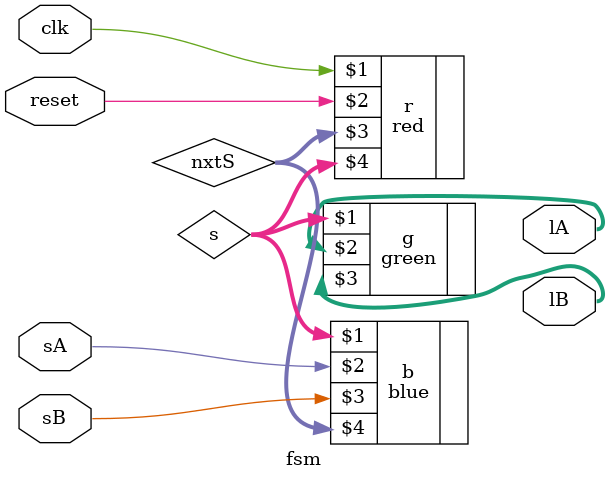
<source format=sv>
`timescale 1ns / 1ps


module fsm(
    
    input logic sB,sA,reset,clk,
    output logic [1:0] lA,lB 
    
    );
    logic [2:0] s;
    logic [2:0] nxtS;
    
    blue b(s,sA,sB,nxtS);
    red r(clk, reset, nxtS,s);
    green g(s,lA,lB); 
    
    
endmodule

</source>
